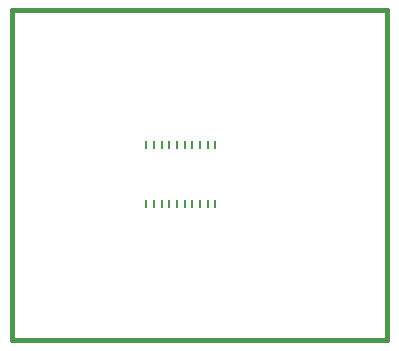
<source format=gtp>
G75*
G70*
%OFA0B0*%
%FSLAX24Y24*%
%IPPOS*%
%LPD*%
%AMOC8*
5,1,8,0,0,1.08239X$1,22.5*
%
%ADD10C,0.0160*%
%ADD11R,0.0080X0.0256*%
%ADD12R,0.0080X0.0257*%
D10*
X000653Y000651D02*
X013153Y000651D01*
X013153Y011651D01*
X000653Y011651D01*
X000653Y000651D01*
D11*
X005129Y005187D03*
X005385Y005187D03*
X005641Y005187D03*
X005897Y005187D03*
X006409Y005187D03*
X006665Y005187D03*
X006920Y005187D03*
X007176Y005187D03*
X007432Y005187D03*
X007432Y007175D03*
X007176Y007175D03*
X006920Y007175D03*
X006665Y007175D03*
X006409Y007175D03*
X006153Y007175D03*
X005897Y007175D03*
X005641Y007175D03*
X005385Y007175D03*
X005129Y007175D03*
D12*
X006153Y005187D03*
M02*

</source>
